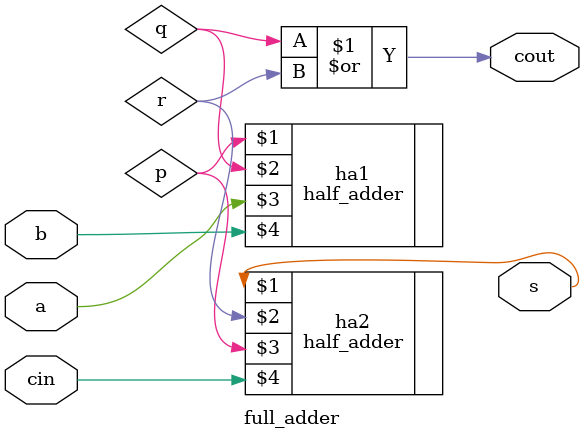
<source format=v>
module full_adder(s, cout, a, b, cin);
    	input a, b, cin;
    	output s, cout;
    	wire p, q, r;
    	half_adder ha1(p, q, a, b);
	    half_adder ha2(s, r, p, cin);
	    or(cout, q, r);
endmodule

</source>
